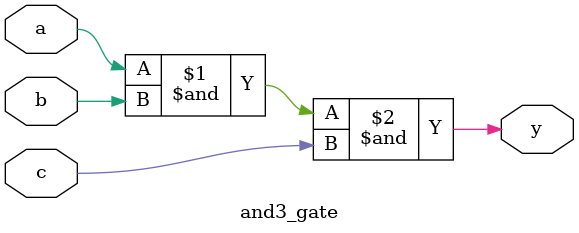
<source format=v>
module and3_gate(
    input wire a,
    input wire b,
    input wire c,
    output wire y
);

    assign y = a & b & c;

endmodule

</source>
